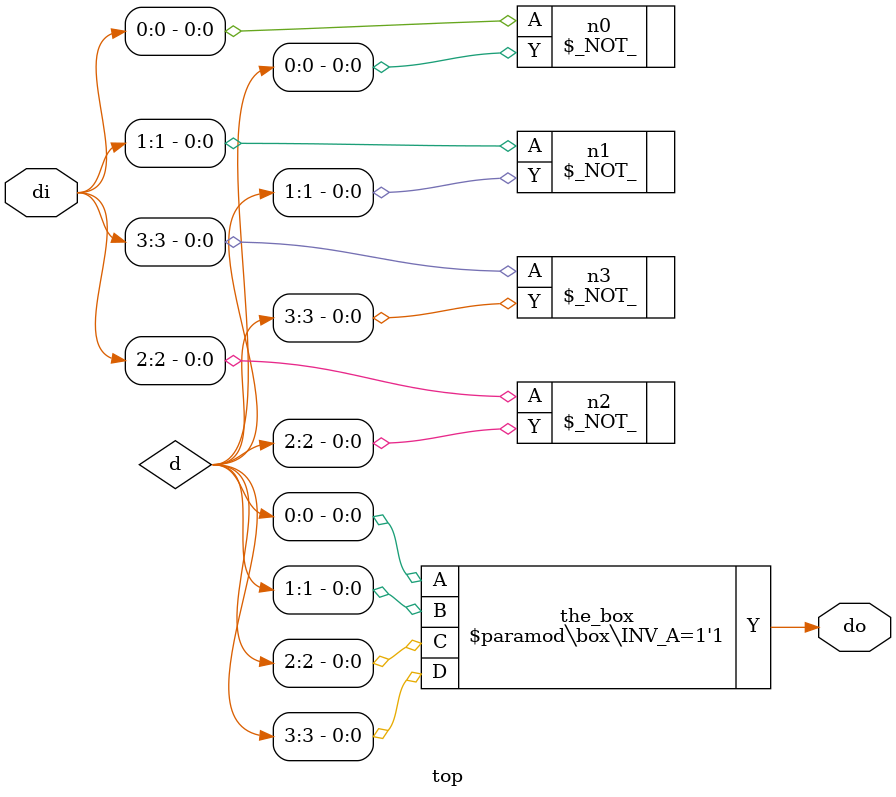
<source format=v>

(* blackbox *)
module box(
    (* invertible_pin="INV_A" *)
    input  wire A,
    input  wire B,
    (* invertible_pin="INV_C" *)
    input  wire C,
    input  wire D,

    output wire Y
);

    parameter [0:0] INV_A = 1'b0;
    parameter [0:0] INV_C = 1'b0;

endmodule


module top(
    input  wire [3:0] di,
    output wire       do
);

    wire [3:0] d;

    \$_NOT_ n0 (.A(di[0]), .Y(d[0]));
    \$_NOT_ n1 (.A(di[1]), .Y(d[1]));
    \$_NOT_ n2 (.A(di[2]), .Y(d[2]));
    \$_NOT_ n3 (.A(di[3]), .Y(d[3]));

    box #(.INV_A(1'b1)) the_box (
        .A (d[0]),
        .B (d[1]),
        .C (d[2]),
        .D (d[3]),

        .Y (do)
    );

endmodule

</source>
